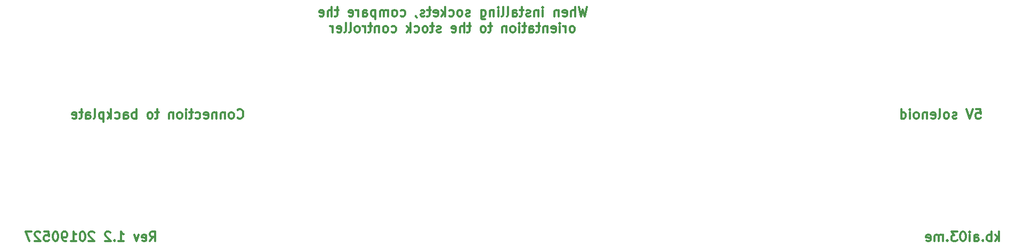
<source format=gbo>
G04 #@! TF.GenerationSoftware,KiCad,Pcbnew,(5.1.4)-1*
G04 #@! TF.CreationDate,2020-03-22T23:46:41+09:00*
G04 #@! TF.ProjectId,ssk-controller,73736b2d-636f-46e7-9472-6f6c6c65722e,rev?*
G04 #@! TF.SameCoordinates,Original*
G04 #@! TF.FileFunction,Legend,Bot*
G04 #@! TF.FilePolarity,Positive*
%FSLAX46Y46*%
G04 Gerber Fmt 4.6, Leading zero omitted, Abs format (unit mm)*
G04 Created by KiCad (PCBNEW (5.1.4)-1) date 2020-03-22 23:46:41*
%MOMM*%
%LPD*%
G04 APERTURE LIST*
%ADD10C,0.300000*%
%ADD11C,0.010000*%
%ADD12O,2.100000X2.100000*%
%ADD13R,2.100000X2.100000*%
%ADD14C,3.900000*%
%ADD15C,2.000000*%
G04 APERTURE END LIST*
D10*
X246077678Y-74178571D02*
X246791964Y-74178571D01*
X246863392Y-74892857D01*
X246791964Y-74821428D01*
X246649107Y-74750000D01*
X246291964Y-74750000D01*
X246149107Y-74821428D01*
X246077678Y-74892857D01*
X246006250Y-75035714D01*
X246006250Y-75392857D01*
X246077678Y-75535714D01*
X246149107Y-75607142D01*
X246291964Y-75678571D01*
X246649107Y-75678571D01*
X246791964Y-75607142D01*
X246863392Y-75535714D01*
X245577678Y-74178571D02*
X245077678Y-75678571D01*
X244577678Y-74178571D01*
X243006250Y-75607142D02*
X242863392Y-75678571D01*
X242577678Y-75678571D01*
X242434821Y-75607142D01*
X242363392Y-75464285D01*
X242363392Y-75392857D01*
X242434821Y-75250000D01*
X242577678Y-75178571D01*
X242791964Y-75178571D01*
X242934821Y-75107142D01*
X243006250Y-74964285D01*
X243006250Y-74892857D01*
X242934821Y-74750000D01*
X242791964Y-74678571D01*
X242577678Y-74678571D01*
X242434821Y-74750000D01*
X241506250Y-75678571D02*
X241649107Y-75607142D01*
X241720535Y-75535714D01*
X241791964Y-75392857D01*
X241791964Y-74964285D01*
X241720535Y-74821428D01*
X241649107Y-74750000D01*
X241506250Y-74678571D01*
X241291964Y-74678571D01*
X241149107Y-74750000D01*
X241077678Y-74821428D01*
X241006250Y-74964285D01*
X241006250Y-75392857D01*
X241077678Y-75535714D01*
X241149107Y-75607142D01*
X241291964Y-75678571D01*
X241506250Y-75678571D01*
X240149107Y-75678571D02*
X240291964Y-75607142D01*
X240363392Y-75464285D01*
X240363392Y-74178571D01*
X239006250Y-75607142D02*
X239149107Y-75678571D01*
X239434821Y-75678571D01*
X239577678Y-75607142D01*
X239649107Y-75464285D01*
X239649107Y-74892857D01*
X239577678Y-74750000D01*
X239434821Y-74678571D01*
X239149107Y-74678571D01*
X239006250Y-74750000D01*
X238934821Y-74892857D01*
X238934821Y-75035714D01*
X239649107Y-75178571D01*
X238291964Y-74678571D02*
X238291964Y-75678571D01*
X238291964Y-74821428D02*
X238220535Y-74750000D01*
X238077678Y-74678571D01*
X237863392Y-74678571D01*
X237720535Y-74750000D01*
X237649107Y-74892857D01*
X237649107Y-75678571D01*
X236720535Y-75678571D02*
X236863392Y-75607142D01*
X236934821Y-75535714D01*
X237006250Y-75392857D01*
X237006250Y-74964285D01*
X236934821Y-74821428D01*
X236863392Y-74750000D01*
X236720535Y-74678571D01*
X236506250Y-74678571D01*
X236363392Y-74750000D01*
X236291964Y-74821428D01*
X236220535Y-74964285D01*
X236220535Y-75392857D01*
X236291964Y-75535714D01*
X236363392Y-75607142D01*
X236506250Y-75678571D01*
X236720535Y-75678571D01*
X235577678Y-75678571D02*
X235577678Y-74678571D01*
X235577678Y-74178571D02*
X235649107Y-74250000D01*
X235577678Y-74321428D01*
X235506250Y-74250000D01*
X235577678Y-74178571D01*
X235577678Y-74321428D01*
X234220535Y-75678571D02*
X234220535Y-74178571D01*
X234220535Y-75607142D02*
X234363392Y-75678571D01*
X234649107Y-75678571D01*
X234791964Y-75607142D01*
X234863392Y-75535714D01*
X234934821Y-75392857D01*
X234934821Y-74964285D01*
X234863392Y-74821428D01*
X234791964Y-74750000D01*
X234649107Y-74678571D01*
X234363392Y-74678571D01*
X234220535Y-74750000D01*
X114892857Y-95178571D02*
X115392857Y-94464285D01*
X115750000Y-95178571D02*
X115750000Y-93678571D01*
X115178571Y-93678571D01*
X115035714Y-93750000D01*
X114964285Y-93821428D01*
X114892857Y-93964285D01*
X114892857Y-94178571D01*
X114964285Y-94321428D01*
X115035714Y-94392857D01*
X115178571Y-94464285D01*
X115750000Y-94464285D01*
X113678571Y-95107142D02*
X113821428Y-95178571D01*
X114107142Y-95178571D01*
X114250000Y-95107142D01*
X114321428Y-94964285D01*
X114321428Y-94392857D01*
X114250000Y-94250000D01*
X114107142Y-94178571D01*
X113821428Y-94178571D01*
X113678571Y-94250000D01*
X113607142Y-94392857D01*
X113607142Y-94535714D01*
X114321428Y-94678571D01*
X113107142Y-94178571D02*
X112750000Y-95178571D01*
X112392857Y-94178571D01*
X109892857Y-95178571D02*
X110750000Y-95178571D01*
X110321428Y-95178571D02*
X110321428Y-93678571D01*
X110464285Y-93892857D01*
X110607142Y-94035714D01*
X110750000Y-94107142D01*
X109250000Y-95035714D02*
X109178571Y-95107142D01*
X109250000Y-95178571D01*
X109321428Y-95107142D01*
X109250000Y-95035714D01*
X109250000Y-95178571D01*
X108607142Y-93821428D02*
X108535714Y-93750000D01*
X108392857Y-93678571D01*
X108035714Y-93678571D01*
X107892857Y-93750000D01*
X107821428Y-93821428D01*
X107750000Y-93964285D01*
X107750000Y-94107142D01*
X107821428Y-94321428D01*
X108678571Y-95178571D01*
X107750000Y-95178571D01*
X106035714Y-93821428D02*
X105964285Y-93750000D01*
X105821428Y-93678571D01*
X105464285Y-93678571D01*
X105321428Y-93750000D01*
X105250000Y-93821428D01*
X105178571Y-93964285D01*
X105178571Y-94107142D01*
X105250000Y-94321428D01*
X106107142Y-95178571D01*
X105178571Y-95178571D01*
X104249999Y-93678571D02*
X104107142Y-93678571D01*
X103964285Y-93750000D01*
X103892857Y-93821428D01*
X103821428Y-93964285D01*
X103750000Y-94250000D01*
X103750000Y-94607142D01*
X103821428Y-94892857D01*
X103892857Y-95035714D01*
X103964285Y-95107142D01*
X104107142Y-95178571D01*
X104249999Y-95178571D01*
X104392857Y-95107142D01*
X104464285Y-95035714D01*
X104535714Y-94892857D01*
X104607142Y-94607142D01*
X104607142Y-94250000D01*
X104535714Y-93964285D01*
X104464285Y-93821428D01*
X104392857Y-93750000D01*
X104249999Y-93678571D01*
X102321428Y-95178571D02*
X103178571Y-95178571D01*
X102749999Y-95178571D02*
X102749999Y-93678571D01*
X102892857Y-93892857D01*
X103035714Y-94035714D01*
X103178571Y-94107142D01*
X101607142Y-95178571D02*
X101321428Y-95178571D01*
X101178571Y-95107142D01*
X101107142Y-95035714D01*
X100964285Y-94821428D01*
X100892857Y-94535714D01*
X100892857Y-93964285D01*
X100964285Y-93821428D01*
X101035714Y-93750000D01*
X101178571Y-93678571D01*
X101464285Y-93678571D01*
X101607142Y-93750000D01*
X101678571Y-93821428D01*
X101749999Y-93964285D01*
X101749999Y-94321428D01*
X101678571Y-94464285D01*
X101607142Y-94535714D01*
X101464285Y-94607142D01*
X101178571Y-94607142D01*
X101035714Y-94535714D01*
X100964285Y-94464285D01*
X100892857Y-94321428D01*
X99964285Y-93678571D02*
X99821428Y-93678571D01*
X99678571Y-93750000D01*
X99607142Y-93821428D01*
X99535714Y-93964285D01*
X99464285Y-94250000D01*
X99464285Y-94607142D01*
X99535714Y-94892857D01*
X99607142Y-95035714D01*
X99678571Y-95107142D01*
X99821428Y-95178571D01*
X99964285Y-95178571D01*
X100107142Y-95107142D01*
X100178571Y-95035714D01*
X100249999Y-94892857D01*
X100321428Y-94607142D01*
X100321428Y-94250000D01*
X100249999Y-93964285D01*
X100178571Y-93821428D01*
X100107142Y-93750000D01*
X99964285Y-93678571D01*
X98107142Y-93678571D02*
X98821428Y-93678571D01*
X98892857Y-94392857D01*
X98821428Y-94321428D01*
X98678571Y-94250000D01*
X98321428Y-94250000D01*
X98178571Y-94321428D01*
X98107142Y-94392857D01*
X98035714Y-94535714D01*
X98035714Y-94892857D01*
X98107142Y-95035714D01*
X98178571Y-95107142D01*
X98321428Y-95178571D01*
X98678571Y-95178571D01*
X98821428Y-95107142D01*
X98892857Y-95035714D01*
X97464285Y-93821428D02*
X97392857Y-93750000D01*
X97250000Y-93678571D01*
X96892857Y-93678571D01*
X96750000Y-93750000D01*
X96678571Y-93821428D01*
X96607142Y-93964285D01*
X96607142Y-94107142D01*
X96678571Y-94321428D01*
X97535714Y-95178571D01*
X96607142Y-95178571D01*
X96107142Y-93678571D02*
X95107142Y-93678571D01*
X95750000Y-95178571D01*
X249750000Y-95178571D02*
X249750000Y-93678571D01*
X249607142Y-94607142D02*
X249178571Y-95178571D01*
X249178571Y-94178571D02*
X249750000Y-94750000D01*
X248535714Y-95178571D02*
X248535714Y-93678571D01*
X248535714Y-94250000D02*
X248392857Y-94178571D01*
X248107142Y-94178571D01*
X247964285Y-94250000D01*
X247892857Y-94321428D01*
X247821428Y-94464285D01*
X247821428Y-94892857D01*
X247892857Y-95035714D01*
X247964285Y-95107142D01*
X248107142Y-95178571D01*
X248392857Y-95178571D01*
X248535714Y-95107142D01*
X247178571Y-95035714D02*
X247107142Y-95107142D01*
X247178571Y-95178571D01*
X247250000Y-95107142D01*
X247178571Y-95035714D01*
X247178571Y-95178571D01*
X245821428Y-95178571D02*
X245821428Y-94392857D01*
X245892857Y-94250000D01*
X246035714Y-94178571D01*
X246321428Y-94178571D01*
X246464285Y-94250000D01*
X245821428Y-95107142D02*
X245964285Y-95178571D01*
X246321428Y-95178571D01*
X246464285Y-95107142D01*
X246535714Y-94964285D01*
X246535714Y-94821428D01*
X246464285Y-94678571D01*
X246321428Y-94607142D01*
X245964285Y-94607142D01*
X245821428Y-94535714D01*
X245107142Y-95178571D02*
X245107142Y-94178571D01*
X245107142Y-93678571D02*
X245178571Y-93750000D01*
X245107142Y-93821428D01*
X245035714Y-93750000D01*
X245107142Y-93678571D01*
X245107142Y-93821428D01*
X244107142Y-93678571D02*
X243964285Y-93678571D01*
X243821428Y-93750000D01*
X243750000Y-93821428D01*
X243678571Y-93964285D01*
X243607142Y-94250000D01*
X243607142Y-94607142D01*
X243678571Y-94892857D01*
X243750000Y-95035714D01*
X243821428Y-95107142D01*
X243964285Y-95178571D01*
X244107142Y-95178571D01*
X244250000Y-95107142D01*
X244321428Y-95035714D01*
X244392857Y-94892857D01*
X244464285Y-94607142D01*
X244464285Y-94250000D01*
X244392857Y-93964285D01*
X244321428Y-93821428D01*
X244250000Y-93750000D01*
X244107142Y-93678571D01*
X243107142Y-93678571D02*
X242178571Y-93678571D01*
X242678571Y-94250000D01*
X242464285Y-94250000D01*
X242321428Y-94321428D01*
X242250000Y-94392857D01*
X242178571Y-94535714D01*
X242178571Y-94892857D01*
X242250000Y-95035714D01*
X242321428Y-95107142D01*
X242464285Y-95178571D01*
X242892857Y-95178571D01*
X243035714Y-95107142D01*
X243107142Y-95035714D01*
X241535714Y-95035714D02*
X241464285Y-95107142D01*
X241535714Y-95178571D01*
X241607142Y-95107142D01*
X241535714Y-95035714D01*
X241535714Y-95178571D01*
X240821428Y-95178571D02*
X240821428Y-94178571D01*
X240821428Y-94321428D02*
X240750000Y-94250000D01*
X240607142Y-94178571D01*
X240392857Y-94178571D01*
X240250000Y-94250000D01*
X240178571Y-94392857D01*
X240178571Y-95178571D01*
X240178571Y-94392857D02*
X240107142Y-94250000D01*
X239964285Y-94178571D01*
X239750000Y-94178571D01*
X239607142Y-94250000D01*
X239535714Y-94392857D01*
X239535714Y-95178571D01*
X238250000Y-95107142D02*
X238392857Y-95178571D01*
X238678571Y-95178571D01*
X238821428Y-95107142D01*
X238892857Y-94964285D01*
X238892857Y-94392857D01*
X238821428Y-94250000D01*
X238678571Y-94178571D01*
X238392857Y-94178571D01*
X238250000Y-94250000D01*
X238178571Y-94392857D01*
X238178571Y-94535714D01*
X238892857Y-94678571D01*
X128803571Y-75535714D02*
X128875000Y-75607142D01*
X129089285Y-75678571D01*
X129232142Y-75678571D01*
X129446428Y-75607142D01*
X129589285Y-75464285D01*
X129660714Y-75321428D01*
X129732142Y-75035714D01*
X129732142Y-74821428D01*
X129660714Y-74535714D01*
X129589285Y-74392857D01*
X129446428Y-74250000D01*
X129232142Y-74178571D01*
X129089285Y-74178571D01*
X128875000Y-74250000D01*
X128803571Y-74321428D01*
X127946428Y-75678571D02*
X128089285Y-75607142D01*
X128160714Y-75535714D01*
X128232142Y-75392857D01*
X128232142Y-74964285D01*
X128160714Y-74821428D01*
X128089285Y-74750000D01*
X127946428Y-74678571D01*
X127732142Y-74678571D01*
X127589285Y-74750000D01*
X127517857Y-74821428D01*
X127446428Y-74964285D01*
X127446428Y-75392857D01*
X127517857Y-75535714D01*
X127589285Y-75607142D01*
X127732142Y-75678571D01*
X127946428Y-75678571D01*
X126803571Y-74678571D02*
X126803571Y-75678571D01*
X126803571Y-74821428D02*
X126732142Y-74750000D01*
X126589285Y-74678571D01*
X126375000Y-74678571D01*
X126232142Y-74750000D01*
X126160714Y-74892857D01*
X126160714Y-75678571D01*
X125446428Y-74678571D02*
X125446428Y-75678571D01*
X125446428Y-74821428D02*
X125375000Y-74750000D01*
X125232142Y-74678571D01*
X125017857Y-74678571D01*
X124875000Y-74750000D01*
X124803571Y-74892857D01*
X124803571Y-75678571D01*
X123517857Y-75607142D02*
X123660714Y-75678571D01*
X123946428Y-75678571D01*
X124089285Y-75607142D01*
X124160714Y-75464285D01*
X124160714Y-74892857D01*
X124089285Y-74750000D01*
X123946428Y-74678571D01*
X123660714Y-74678571D01*
X123517857Y-74750000D01*
X123446428Y-74892857D01*
X123446428Y-75035714D01*
X124160714Y-75178571D01*
X122160714Y-75607142D02*
X122303571Y-75678571D01*
X122589285Y-75678571D01*
X122732142Y-75607142D01*
X122803571Y-75535714D01*
X122874999Y-75392857D01*
X122874999Y-74964285D01*
X122803571Y-74821428D01*
X122732142Y-74750000D01*
X122589285Y-74678571D01*
X122303571Y-74678571D01*
X122160714Y-74750000D01*
X121732142Y-74678571D02*
X121160714Y-74678571D01*
X121517857Y-74178571D02*
X121517857Y-75464285D01*
X121446428Y-75607142D01*
X121303571Y-75678571D01*
X121160714Y-75678571D01*
X120660714Y-75678571D02*
X120660714Y-74678571D01*
X120660714Y-74178571D02*
X120732142Y-74250000D01*
X120660714Y-74321428D01*
X120589285Y-74250000D01*
X120660714Y-74178571D01*
X120660714Y-74321428D01*
X119732142Y-75678571D02*
X119874999Y-75607142D01*
X119946428Y-75535714D01*
X120017857Y-75392857D01*
X120017857Y-74964285D01*
X119946428Y-74821428D01*
X119874999Y-74750000D01*
X119732142Y-74678571D01*
X119517857Y-74678571D01*
X119374999Y-74750000D01*
X119303571Y-74821428D01*
X119232142Y-74964285D01*
X119232142Y-75392857D01*
X119303571Y-75535714D01*
X119374999Y-75607142D01*
X119517857Y-75678571D01*
X119732142Y-75678571D01*
X118589285Y-74678571D02*
X118589285Y-75678571D01*
X118589285Y-74821428D02*
X118517857Y-74750000D01*
X118374999Y-74678571D01*
X118160714Y-74678571D01*
X118017857Y-74750000D01*
X117946428Y-74892857D01*
X117946428Y-75678571D01*
X116303571Y-74678571D02*
X115732142Y-74678571D01*
X116089285Y-74178571D02*
X116089285Y-75464285D01*
X116017857Y-75607142D01*
X115875000Y-75678571D01*
X115732142Y-75678571D01*
X115017857Y-75678571D02*
X115160714Y-75607142D01*
X115232142Y-75535714D01*
X115303571Y-75392857D01*
X115303571Y-74964285D01*
X115232142Y-74821428D01*
X115160714Y-74750000D01*
X115017857Y-74678571D01*
X114803571Y-74678571D01*
X114660714Y-74750000D01*
X114589285Y-74821428D01*
X114517857Y-74964285D01*
X114517857Y-75392857D01*
X114589285Y-75535714D01*
X114660714Y-75607142D01*
X114803571Y-75678571D01*
X115017857Y-75678571D01*
X112732142Y-75678571D02*
X112732142Y-74178571D01*
X112732142Y-74750000D02*
X112589285Y-74678571D01*
X112303571Y-74678571D01*
X112160714Y-74750000D01*
X112089285Y-74821428D01*
X112017857Y-74964285D01*
X112017857Y-75392857D01*
X112089285Y-75535714D01*
X112160714Y-75607142D01*
X112303571Y-75678571D01*
X112589285Y-75678571D01*
X112732142Y-75607142D01*
X110732142Y-75678571D02*
X110732142Y-74892857D01*
X110803571Y-74750000D01*
X110946428Y-74678571D01*
X111232142Y-74678571D01*
X111375000Y-74750000D01*
X110732142Y-75607142D02*
X110875000Y-75678571D01*
X111232142Y-75678571D01*
X111375000Y-75607142D01*
X111446428Y-75464285D01*
X111446428Y-75321428D01*
X111375000Y-75178571D01*
X111232142Y-75107142D01*
X110875000Y-75107142D01*
X110732142Y-75035714D01*
X109375000Y-75607142D02*
X109517857Y-75678571D01*
X109803571Y-75678571D01*
X109946428Y-75607142D01*
X110017857Y-75535714D01*
X110089285Y-75392857D01*
X110089285Y-74964285D01*
X110017857Y-74821428D01*
X109946428Y-74750000D01*
X109803571Y-74678571D01*
X109517857Y-74678571D01*
X109375000Y-74750000D01*
X108732142Y-75678571D02*
X108732142Y-74178571D01*
X108589285Y-75107142D02*
X108160714Y-75678571D01*
X108160714Y-74678571D02*
X108732142Y-75250000D01*
X107517857Y-74678571D02*
X107517857Y-76178571D01*
X107517857Y-74750000D02*
X107375000Y-74678571D01*
X107089285Y-74678571D01*
X106946428Y-74750000D01*
X106875000Y-74821428D01*
X106803571Y-74964285D01*
X106803571Y-75392857D01*
X106875000Y-75535714D01*
X106946428Y-75607142D01*
X107089285Y-75678571D01*
X107375000Y-75678571D01*
X107517857Y-75607142D01*
X105946428Y-75678571D02*
X106089285Y-75607142D01*
X106160714Y-75464285D01*
X106160714Y-74178571D01*
X104732142Y-75678571D02*
X104732142Y-74892857D01*
X104803571Y-74750000D01*
X104946428Y-74678571D01*
X105232142Y-74678571D01*
X105375000Y-74750000D01*
X104732142Y-75607142D02*
X104875000Y-75678571D01*
X105232142Y-75678571D01*
X105375000Y-75607142D01*
X105446428Y-75464285D01*
X105446428Y-75321428D01*
X105375000Y-75178571D01*
X105232142Y-75107142D01*
X104875000Y-75107142D01*
X104732142Y-75035714D01*
X104232142Y-74678571D02*
X103660714Y-74678571D01*
X104017857Y-74178571D02*
X104017857Y-75464285D01*
X103946428Y-75607142D01*
X103803571Y-75678571D01*
X103660714Y-75678571D01*
X102589285Y-75607142D02*
X102732142Y-75678571D01*
X103017857Y-75678571D01*
X103160714Y-75607142D01*
X103232142Y-75464285D01*
X103232142Y-74892857D01*
X103160714Y-74750000D01*
X103017857Y-74678571D01*
X102732142Y-74678571D01*
X102589285Y-74750000D01*
X102517857Y-74892857D01*
X102517857Y-75035714D01*
X103232142Y-75178571D01*
X184285714Y-57903571D02*
X183928571Y-59403571D01*
X183642857Y-58332142D01*
X183357142Y-59403571D01*
X183000000Y-57903571D01*
X182428571Y-59403571D02*
X182428571Y-57903571D01*
X181785714Y-59403571D02*
X181785714Y-58617857D01*
X181857142Y-58475000D01*
X182000000Y-58403571D01*
X182214285Y-58403571D01*
X182357142Y-58475000D01*
X182428571Y-58546428D01*
X180500000Y-59332142D02*
X180642857Y-59403571D01*
X180928571Y-59403571D01*
X181071428Y-59332142D01*
X181142857Y-59189285D01*
X181142857Y-58617857D01*
X181071428Y-58475000D01*
X180928571Y-58403571D01*
X180642857Y-58403571D01*
X180500000Y-58475000D01*
X180428571Y-58617857D01*
X180428571Y-58760714D01*
X181142857Y-58903571D01*
X179785714Y-58403571D02*
X179785714Y-59403571D01*
X179785714Y-58546428D02*
X179714285Y-58475000D01*
X179571428Y-58403571D01*
X179357142Y-58403571D01*
X179214285Y-58475000D01*
X179142857Y-58617857D01*
X179142857Y-59403571D01*
X177285714Y-59403571D02*
X177285714Y-58403571D01*
X177285714Y-57903571D02*
X177357142Y-57975000D01*
X177285714Y-58046428D01*
X177214285Y-57975000D01*
X177285714Y-57903571D01*
X177285714Y-58046428D01*
X176571428Y-58403571D02*
X176571428Y-59403571D01*
X176571428Y-58546428D02*
X176500000Y-58475000D01*
X176357142Y-58403571D01*
X176142857Y-58403571D01*
X176000000Y-58475000D01*
X175928571Y-58617857D01*
X175928571Y-59403571D01*
X175285714Y-59332142D02*
X175142857Y-59403571D01*
X174857142Y-59403571D01*
X174714285Y-59332142D01*
X174642857Y-59189285D01*
X174642857Y-59117857D01*
X174714285Y-58975000D01*
X174857142Y-58903571D01*
X175071428Y-58903571D01*
X175214285Y-58832142D01*
X175285714Y-58689285D01*
X175285714Y-58617857D01*
X175214285Y-58475000D01*
X175071428Y-58403571D01*
X174857142Y-58403571D01*
X174714285Y-58475000D01*
X174214285Y-58403571D02*
X173642857Y-58403571D01*
X174000000Y-57903571D02*
X174000000Y-59189285D01*
X173928571Y-59332142D01*
X173785714Y-59403571D01*
X173642857Y-59403571D01*
X172500000Y-59403571D02*
X172500000Y-58617857D01*
X172571428Y-58475000D01*
X172714285Y-58403571D01*
X173000000Y-58403571D01*
X173142857Y-58475000D01*
X172500000Y-59332142D02*
X172642857Y-59403571D01*
X173000000Y-59403571D01*
X173142857Y-59332142D01*
X173214285Y-59189285D01*
X173214285Y-59046428D01*
X173142857Y-58903571D01*
X173000000Y-58832142D01*
X172642857Y-58832142D01*
X172500000Y-58760714D01*
X171571428Y-59403571D02*
X171714285Y-59332142D01*
X171785714Y-59189285D01*
X171785714Y-57903571D01*
X170785714Y-59403571D02*
X170928571Y-59332142D01*
X171000000Y-59189285D01*
X171000000Y-57903571D01*
X170214285Y-59403571D02*
X170214285Y-58403571D01*
X170214285Y-57903571D02*
X170285714Y-57975000D01*
X170214285Y-58046428D01*
X170142857Y-57975000D01*
X170214285Y-57903571D01*
X170214285Y-58046428D01*
X169500000Y-58403571D02*
X169500000Y-59403571D01*
X169500000Y-58546428D02*
X169428571Y-58475000D01*
X169285714Y-58403571D01*
X169071428Y-58403571D01*
X168928571Y-58475000D01*
X168857142Y-58617857D01*
X168857142Y-59403571D01*
X167500000Y-58403571D02*
X167500000Y-59617857D01*
X167571428Y-59760714D01*
X167642857Y-59832142D01*
X167785714Y-59903571D01*
X168000000Y-59903571D01*
X168142857Y-59832142D01*
X167500000Y-59332142D02*
X167642857Y-59403571D01*
X167928571Y-59403571D01*
X168071428Y-59332142D01*
X168142857Y-59260714D01*
X168214285Y-59117857D01*
X168214285Y-58689285D01*
X168142857Y-58546428D01*
X168071428Y-58475000D01*
X167928571Y-58403571D01*
X167642857Y-58403571D01*
X167500000Y-58475000D01*
X165714285Y-59332142D02*
X165571428Y-59403571D01*
X165285714Y-59403571D01*
X165142857Y-59332142D01*
X165071428Y-59189285D01*
X165071428Y-59117857D01*
X165142857Y-58975000D01*
X165285714Y-58903571D01*
X165500000Y-58903571D01*
X165642857Y-58832142D01*
X165714285Y-58689285D01*
X165714285Y-58617857D01*
X165642857Y-58475000D01*
X165500000Y-58403571D01*
X165285714Y-58403571D01*
X165142857Y-58475000D01*
X164214285Y-59403571D02*
X164357142Y-59332142D01*
X164428571Y-59260714D01*
X164500000Y-59117857D01*
X164500000Y-58689285D01*
X164428571Y-58546428D01*
X164357142Y-58475000D01*
X164214285Y-58403571D01*
X164000000Y-58403571D01*
X163857142Y-58475000D01*
X163785714Y-58546428D01*
X163714285Y-58689285D01*
X163714285Y-59117857D01*
X163785714Y-59260714D01*
X163857142Y-59332142D01*
X164000000Y-59403571D01*
X164214285Y-59403571D01*
X162428571Y-59332142D02*
X162571428Y-59403571D01*
X162857142Y-59403571D01*
X163000000Y-59332142D01*
X163071428Y-59260714D01*
X163142857Y-59117857D01*
X163142857Y-58689285D01*
X163071428Y-58546428D01*
X163000000Y-58475000D01*
X162857142Y-58403571D01*
X162571428Y-58403571D01*
X162428571Y-58475000D01*
X161785714Y-59403571D02*
X161785714Y-57903571D01*
X161642857Y-58832142D02*
X161214285Y-59403571D01*
X161214285Y-58403571D02*
X161785714Y-58975000D01*
X160000000Y-59332142D02*
X160142857Y-59403571D01*
X160428571Y-59403571D01*
X160571428Y-59332142D01*
X160642857Y-59189285D01*
X160642857Y-58617857D01*
X160571428Y-58475000D01*
X160428571Y-58403571D01*
X160142857Y-58403571D01*
X160000000Y-58475000D01*
X159928571Y-58617857D01*
X159928571Y-58760714D01*
X160642857Y-58903571D01*
X159500000Y-58403571D02*
X158928571Y-58403571D01*
X159285714Y-57903571D02*
X159285714Y-59189285D01*
X159214285Y-59332142D01*
X159071428Y-59403571D01*
X158928571Y-59403571D01*
X158500000Y-59332142D02*
X158357142Y-59403571D01*
X158071428Y-59403571D01*
X157928571Y-59332142D01*
X157857142Y-59189285D01*
X157857142Y-59117857D01*
X157928571Y-58975000D01*
X158071428Y-58903571D01*
X158285714Y-58903571D01*
X158428571Y-58832142D01*
X158500000Y-58689285D01*
X158500000Y-58617857D01*
X158428571Y-58475000D01*
X158285714Y-58403571D01*
X158071428Y-58403571D01*
X157928571Y-58475000D01*
X157142857Y-59332142D02*
X157142857Y-59403571D01*
X157214285Y-59546428D01*
X157285714Y-59617857D01*
X154714285Y-59332142D02*
X154857142Y-59403571D01*
X155142857Y-59403571D01*
X155285714Y-59332142D01*
X155357142Y-59260714D01*
X155428571Y-59117857D01*
X155428571Y-58689285D01*
X155357142Y-58546428D01*
X155285714Y-58475000D01*
X155142857Y-58403571D01*
X154857142Y-58403571D01*
X154714285Y-58475000D01*
X153857142Y-59403571D02*
X154000000Y-59332142D01*
X154071428Y-59260714D01*
X154142857Y-59117857D01*
X154142857Y-58689285D01*
X154071428Y-58546428D01*
X154000000Y-58475000D01*
X153857142Y-58403571D01*
X153642857Y-58403571D01*
X153500000Y-58475000D01*
X153428571Y-58546428D01*
X153357142Y-58689285D01*
X153357142Y-59117857D01*
X153428571Y-59260714D01*
X153500000Y-59332142D01*
X153642857Y-59403571D01*
X153857142Y-59403571D01*
X152714285Y-59403571D02*
X152714285Y-58403571D01*
X152714285Y-58546428D02*
X152642857Y-58475000D01*
X152500000Y-58403571D01*
X152285714Y-58403571D01*
X152142857Y-58475000D01*
X152071428Y-58617857D01*
X152071428Y-59403571D01*
X152071428Y-58617857D02*
X152000000Y-58475000D01*
X151857142Y-58403571D01*
X151642857Y-58403571D01*
X151500000Y-58475000D01*
X151428571Y-58617857D01*
X151428571Y-59403571D01*
X150714285Y-58403571D02*
X150714285Y-59903571D01*
X150714285Y-58475000D02*
X150571428Y-58403571D01*
X150285714Y-58403571D01*
X150142857Y-58475000D01*
X150071428Y-58546428D01*
X150000000Y-58689285D01*
X150000000Y-59117857D01*
X150071428Y-59260714D01*
X150142857Y-59332142D01*
X150285714Y-59403571D01*
X150571428Y-59403571D01*
X150714285Y-59332142D01*
X148714285Y-59403571D02*
X148714285Y-58617857D01*
X148785714Y-58475000D01*
X148928571Y-58403571D01*
X149214285Y-58403571D01*
X149357142Y-58475000D01*
X148714285Y-59332142D02*
X148857142Y-59403571D01*
X149214285Y-59403571D01*
X149357142Y-59332142D01*
X149428571Y-59189285D01*
X149428571Y-59046428D01*
X149357142Y-58903571D01*
X149214285Y-58832142D01*
X148857142Y-58832142D01*
X148714285Y-58760714D01*
X148000000Y-59403571D02*
X148000000Y-58403571D01*
X148000000Y-58689285D02*
X147928571Y-58546428D01*
X147857142Y-58475000D01*
X147714285Y-58403571D01*
X147571428Y-58403571D01*
X146500000Y-59332142D02*
X146642857Y-59403571D01*
X146928571Y-59403571D01*
X147071428Y-59332142D01*
X147142857Y-59189285D01*
X147142857Y-58617857D01*
X147071428Y-58475000D01*
X146928571Y-58403571D01*
X146642857Y-58403571D01*
X146500000Y-58475000D01*
X146428571Y-58617857D01*
X146428571Y-58760714D01*
X147142857Y-58903571D01*
X144857142Y-58403571D02*
X144285714Y-58403571D01*
X144642857Y-57903571D02*
X144642857Y-59189285D01*
X144571428Y-59332142D01*
X144428571Y-59403571D01*
X144285714Y-59403571D01*
X143785714Y-59403571D02*
X143785714Y-57903571D01*
X143142857Y-59403571D02*
X143142857Y-58617857D01*
X143214285Y-58475000D01*
X143357142Y-58403571D01*
X143571428Y-58403571D01*
X143714285Y-58475000D01*
X143785714Y-58546428D01*
X141857142Y-59332142D02*
X142000000Y-59403571D01*
X142285714Y-59403571D01*
X142428571Y-59332142D01*
X142500000Y-59189285D01*
X142500000Y-58617857D01*
X142428571Y-58475000D01*
X142285714Y-58403571D01*
X142000000Y-58403571D01*
X141857142Y-58475000D01*
X141785714Y-58617857D01*
X141785714Y-58760714D01*
X142500000Y-58903571D01*
X182071428Y-61953571D02*
X182214285Y-61882142D01*
X182285714Y-61810714D01*
X182357142Y-61667857D01*
X182357142Y-61239285D01*
X182285714Y-61096428D01*
X182214285Y-61025000D01*
X182071428Y-60953571D01*
X181857142Y-60953571D01*
X181714285Y-61025000D01*
X181642857Y-61096428D01*
X181571428Y-61239285D01*
X181571428Y-61667857D01*
X181642857Y-61810714D01*
X181714285Y-61882142D01*
X181857142Y-61953571D01*
X182071428Y-61953571D01*
X180928571Y-61953571D02*
X180928571Y-60953571D01*
X180928571Y-61239285D02*
X180857142Y-61096428D01*
X180785714Y-61025000D01*
X180642857Y-60953571D01*
X180500000Y-60953571D01*
X180000000Y-61953571D02*
X180000000Y-60953571D01*
X180000000Y-60453571D02*
X180071428Y-60525000D01*
X180000000Y-60596428D01*
X179928571Y-60525000D01*
X180000000Y-60453571D01*
X180000000Y-60596428D01*
X178714285Y-61882142D02*
X178857142Y-61953571D01*
X179142857Y-61953571D01*
X179285714Y-61882142D01*
X179357142Y-61739285D01*
X179357142Y-61167857D01*
X179285714Y-61025000D01*
X179142857Y-60953571D01*
X178857142Y-60953571D01*
X178714285Y-61025000D01*
X178642857Y-61167857D01*
X178642857Y-61310714D01*
X179357142Y-61453571D01*
X178000000Y-60953571D02*
X178000000Y-61953571D01*
X178000000Y-61096428D02*
X177928571Y-61025000D01*
X177785714Y-60953571D01*
X177571428Y-60953571D01*
X177428571Y-61025000D01*
X177357142Y-61167857D01*
X177357142Y-61953571D01*
X176857142Y-60953571D02*
X176285714Y-60953571D01*
X176642857Y-60453571D02*
X176642857Y-61739285D01*
X176571428Y-61882142D01*
X176428571Y-61953571D01*
X176285714Y-61953571D01*
X175142857Y-61953571D02*
X175142857Y-61167857D01*
X175214285Y-61025000D01*
X175357142Y-60953571D01*
X175642857Y-60953571D01*
X175785714Y-61025000D01*
X175142857Y-61882142D02*
X175285714Y-61953571D01*
X175642857Y-61953571D01*
X175785714Y-61882142D01*
X175857142Y-61739285D01*
X175857142Y-61596428D01*
X175785714Y-61453571D01*
X175642857Y-61382142D01*
X175285714Y-61382142D01*
X175142857Y-61310714D01*
X174642857Y-60953571D02*
X174071428Y-60953571D01*
X174428571Y-60453571D02*
X174428571Y-61739285D01*
X174357142Y-61882142D01*
X174214285Y-61953571D01*
X174071428Y-61953571D01*
X173571428Y-61953571D02*
X173571428Y-60953571D01*
X173571428Y-60453571D02*
X173642857Y-60525000D01*
X173571428Y-60596428D01*
X173500000Y-60525000D01*
X173571428Y-60453571D01*
X173571428Y-60596428D01*
X172642857Y-61953571D02*
X172785714Y-61882142D01*
X172857142Y-61810714D01*
X172928571Y-61667857D01*
X172928571Y-61239285D01*
X172857142Y-61096428D01*
X172785714Y-61025000D01*
X172642857Y-60953571D01*
X172428571Y-60953571D01*
X172285714Y-61025000D01*
X172214285Y-61096428D01*
X172142857Y-61239285D01*
X172142857Y-61667857D01*
X172214285Y-61810714D01*
X172285714Y-61882142D01*
X172428571Y-61953571D01*
X172642857Y-61953571D01*
X171500000Y-60953571D02*
X171500000Y-61953571D01*
X171500000Y-61096428D02*
X171428571Y-61025000D01*
X171285714Y-60953571D01*
X171071428Y-60953571D01*
X170928571Y-61025000D01*
X170857142Y-61167857D01*
X170857142Y-61953571D01*
X169214285Y-60953571D02*
X168642857Y-60953571D01*
X169000000Y-60453571D02*
X169000000Y-61739285D01*
X168928571Y-61882142D01*
X168785714Y-61953571D01*
X168642857Y-61953571D01*
X167928571Y-61953571D02*
X168071428Y-61882142D01*
X168142857Y-61810714D01*
X168214285Y-61667857D01*
X168214285Y-61239285D01*
X168142857Y-61096428D01*
X168071428Y-61025000D01*
X167928571Y-60953571D01*
X167714285Y-60953571D01*
X167571428Y-61025000D01*
X167500000Y-61096428D01*
X167428571Y-61239285D01*
X167428571Y-61667857D01*
X167500000Y-61810714D01*
X167571428Y-61882142D01*
X167714285Y-61953571D01*
X167928571Y-61953571D01*
X165857142Y-60953571D02*
X165285714Y-60953571D01*
X165642857Y-60453571D02*
X165642857Y-61739285D01*
X165571428Y-61882142D01*
X165428571Y-61953571D01*
X165285714Y-61953571D01*
X164785714Y-61953571D02*
X164785714Y-60453571D01*
X164142857Y-61953571D02*
X164142857Y-61167857D01*
X164214285Y-61025000D01*
X164357142Y-60953571D01*
X164571428Y-60953571D01*
X164714285Y-61025000D01*
X164785714Y-61096428D01*
X162857142Y-61882142D02*
X163000000Y-61953571D01*
X163285714Y-61953571D01*
X163428571Y-61882142D01*
X163500000Y-61739285D01*
X163500000Y-61167857D01*
X163428571Y-61025000D01*
X163285714Y-60953571D01*
X163000000Y-60953571D01*
X162857142Y-61025000D01*
X162785714Y-61167857D01*
X162785714Y-61310714D01*
X163500000Y-61453571D01*
X161071428Y-61882142D02*
X160928571Y-61953571D01*
X160642857Y-61953571D01*
X160500000Y-61882142D01*
X160428571Y-61739285D01*
X160428571Y-61667857D01*
X160500000Y-61525000D01*
X160642857Y-61453571D01*
X160857142Y-61453571D01*
X161000000Y-61382142D01*
X161071428Y-61239285D01*
X161071428Y-61167857D01*
X161000000Y-61025000D01*
X160857142Y-60953571D01*
X160642857Y-60953571D01*
X160500000Y-61025000D01*
X160000000Y-60953571D02*
X159428571Y-60953571D01*
X159785714Y-60453571D02*
X159785714Y-61739285D01*
X159714285Y-61882142D01*
X159571428Y-61953571D01*
X159428571Y-61953571D01*
X158714285Y-61953571D02*
X158857142Y-61882142D01*
X158928571Y-61810714D01*
X159000000Y-61667857D01*
X159000000Y-61239285D01*
X158928571Y-61096428D01*
X158857142Y-61025000D01*
X158714285Y-60953571D01*
X158500000Y-60953571D01*
X158357142Y-61025000D01*
X158285714Y-61096428D01*
X158214285Y-61239285D01*
X158214285Y-61667857D01*
X158285714Y-61810714D01*
X158357142Y-61882142D01*
X158500000Y-61953571D01*
X158714285Y-61953571D01*
X156928571Y-61882142D02*
X157071428Y-61953571D01*
X157357142Y-61953571D01*
X157500000Y-61882142D01*
X157571428Y-61810714D01*
X157642857Y-61667857D01*
X157642857Y-61239285D01*
X157571428Y-61096428D01*
X157500000Y-61025000D01*
X157357142Y-60953571D01*
X157071428Y-60953571D01*
X156928571Y-61025000D01*
X156285714Y-61953571D02*
X156285714Y-60453571D01*
X156142857Y-61382142D02*
X155714285Y-61953571D01*
X155714285Y-60953571D02*
X156285714Y-61525000D01*
X153285714Y-61882142D02*
X153428571Y-61953571D01*
X153714285Y-61953571D01*
X153857142Y-61882142D01*
X153928571Y-61810714D01*
X154000000Y-61667857D01*
X154000000Y-61239285D01*
X153928571Y-61096428D01*
X153857142Y-61025000D01*
X153714285Y-60953571D01*
X153428571Y-60953571D01*
X153285714Y-61025000D01*
X152428571Y-61953571D02*
X152571428Y-61882142D01*
X152642857Y-61810714D01*
X152714285Y-61667857D01*
X152714285Y-61239285D01*
X152642857Y-61096428D01*
X152571428Y-61025000D01*
X152428571Y-60953571D01*
X152214285Y-60953571D01*
X152071428Y-61025000D01*
X152000000Y-61096428D01*
X151928571Y-61239285D01*
X151928571Y-61667857D01*
X152000000Y-61810714D01*
X152071428Y-61882142D01*
X152214285Y-61953571D01*
X152428571Y-61953571D01*
X151285714Y-60953571D02*
X151285714Y-61953571D01*
X151285714Y-61096428D02*
X151214285Y-61025000D01*
X151071428Y-60953571D01*
X150857142Y-60953571D01*
X150714285Y-61025000D01*
X150642857Y-61167857D01*
X150642857Y-61953571D01*
X150142857Y-60953571D02*
X149571428Y-60953571D01*
X149928571Y-60453571D02*
X149928571Y-61739285D01*
X149857142Y-61882142D01*
X149714285Y-61953571D01*
X149571428Y-61953571D01*
X149071428Y-61953571D02*
X149071428Y-60953571D01*
X149071428Y-61239285D02*
X149000000Y-61096428D01*
X148928571Y-61025000D01*
X148785714Y-60953571D01*
X148642857Y-60953571D01*
X147928571Y-61953571D02*
X148071428Y-61882142D01*
X148142857Y-61810714D01*
X148214285Y-61667857D01*
X148214285Y-61239285D01*
X148142857Y-61096428D01*
X148071428Y-61025000D01*
X147928571Y-60953571D01*
X147714285Y-60953571D01*
X147571428Y-61025000D01*
X147500000Y-61096428D01*
X147428571Y-61239285D01*
X147428571Y-61667857D01*
X147500000Y-61810714D01*
X147571428Y-61882142D01*
X147714285Y-61953571D01*
X147928571Y-61953571D01*
X146571428Y-61953571D02*
X146714285Y-61882142D01*
X146785714Y-61739285D01*
X146785714Y-60453571D01*
X145785714Y-61953571D02*
X145928571Y-61882142D01*
X146000000Y-61739285D01*
X146000000Y-60453571D01*
X144642857Y-61882142D02*
X144785714Y-61953571D01*
X145071428Y-61953571D01*
X145214285Y-61882142D01*
X145285714Y-61739285D01*
X145285714Y-61167857D01*
X145214285Y-61025000D01*
X145071428Y-60953571D01*
X144785714Y-60953571D01*
X144642857Y-61025000D01*
X144571428Y-61167857D01*
X144571428Y-61310714D01*
X145285714Y-61453571D01*
X143928571Y-61953571D02*
X143928571Y-60953571D01*
X143928571Y-61239285D02*
X143857142Y-61096428D01*
X143785714Y-61025000D01*
X143642857Y-60953571D01*
X143500000Y-60953571D01*
%LPC*%
D11*
G36*
X253809500Y-93420500D02*
G01*
X254214312Y-93420500D01*
X254214312Y-93015688D01*
X253809500Y-93015688D01*
X253809500Y-93420500D01*
X253809500Y-93420500D01*
G37*
X253809500Y-93420500D02*
X254214312Y-93420500D01*
X254214312Y-93015688D01*
X253809500Y-93015688D01*
X253809500Y-93420500D01*
G36*
X253404687Y-94206313D02*
G01*
X253809500Y-94206313D01*
X253809500Y-93825313D01*
X253404687Y-93825313D01*
X253404687Y-94206313D01*
X253404687Y-94206313D01*
G37*
X253404687Y-94206313D02*
X253809500Y-94206313D01*
X253809500Y-93825313D01*
X253404687Y-93825313D01*
X253404687Y-94206313D01*
G36*
X254214312Y-94206313D02*
G01*
X254595312Y-94206313D01*
X254595312Y-93825313D01*
X254214312Y-93825313D01*
X254214312Y-94206313D01*
X254214312Y-94206313D01*
G37*
X254214312Y-94206313D02*
X254595312Y-94206313D01*
X254595312Y-93825313D01*
X254214312Y-93825313D01*
X254214312Y-94206313D01*
G36*
X253023687Y-95015938D02*
G01*
X253404687Y-95015938D01*
X253404687Y-94611125D01*
X253023687Y-94611125D01*
X253023687Y-95015938D01*
X253023687Y-95015938D01*
G37*
X253023687Y-95015938D02*
X253404687Y-95015938D01*
X253404687Y-94611125D01*
X253023687Y-94611125D01*
X253023687Y-95015938D01*
G36*
X253809500Y-95015938D02*
G01*
X254214312Y-95015938D01*
X254214312Y-94611125D01*
X253809500Y-94611125D01*
X253809500Y-95015938D01*
X253809500Y-95015938D01*
G37*
X253809500Y-95015938D02*
X254214312Y-95015938D01*
X254214312Y-94611125D01*
X253809500Y-94611125D01*
X253809500Y-95015938D01*
G36*
X254595312Y-95015938D02*
G01*
X255000125Y-95015938D01*
X255000125Y-94611125D01*
X254595312Y-94611125D01*
X254595312Y-95015938D01*
X254595312Y-95015938D01*
G37*
X254595312Y-95015938D02*
X255000125Y-95015938D01*
X255000125Y-94611125D01*
X254595312Y-94611125D01*
X254595312Y-95015938D01*
G36*
X252618875Y-95801750D02*
G01*
X253023687Y-95801750D01*
X253023687Y-95396938D01*
X252618875Y-95396938D01*
X252618875Y-95801750D01*
X252618875Y-95801750D01*
G37*
X252618875Y-95801750D02*
X253023687Y-95801750D01*
X253023687Y-95396938D01*
X252618875Y-95396938D01*
X252618875Y-95801750D01*
G36*
X255000125Y-95801750D02*
G01*
X255404937Y-95801750D01*
X255404937Y-95396938D01*
X255000125Y-95396938D01*
X255000125Y-95801750D01*
X255000125Y-95801750D01*
G37*
X255000125Y-95801750D02*
X255404937Y-95801750D01*
X255404937Y-95396938D01*
X255000125Y-95396938D01*
X255000125Y-95801750D01*
G36*
X253996031Y-91528045D02*
G01*
X253871913Y-91529415D01*
X253760201Y-91533572D01*
X253657608Y-91540919D01*
X253560844Y-91551860D01*
X253466622Y-91566798D01*
X253371653Y-91586137D01*
X253272649Y-91610281D01*
X253227370Y-91622418D01*
X253018823Y-91687656D01*
X252816735Y-91766992D01*
X252621872Y-91860028D01*
X252435001Y-91966368D01*
X252256886Y-92085616D01*
X252104740Y-92203617D01*
X251947072Y-92344342D01*
X251799735Y-92495787D01*
X251663414Y-92656885D01*
X251538792Y-92826567D01*
X251426553Y-93003766D01*
X251327380Y-93187416D01*
X251241958Y-93376447D01*
X251170970Y-93569793D01*
X251122216Y-93737803D01*
X251089145Y-93877789D01*
X251063785Y-94009725D01*
X251045393Y-94138997D01*
X251033225Y-94270993D01*
X251026539Y-94411100D01*
X251025886Y-94436500D01*
X251028605Y-94654797D01*
X251046800Y-94869580D01*
X251080465Y-95080821D01*
X251129594Y-95288489D01*
X251194181Y-95492555D01*
X251258378Y-95656487D01*
X251286461Y-95721752D01*
X251310523Y-95775910D01*
X251332392Y-95822613D01*
X251353893Y-95865513D01*
X251376854Y-95908263D01*
X251403100Y-95954515D01*
X251432225Y-96004156D01*
X251551444Y-96190427D01*
X251681548Y-96365153D01*
X251822671Y-96528465D01*
X251974945Y-96680496D01*
X252138503Y-96821380D01*
X252313476Y-96951248D01*
X252495844Y-97067775D01*
X252548673Y-97098744D01*
X252594586Y-97124721D01*
X252637235Y-97147531D01*
X252680272Y-97169001D01*
X252727349Y-97190957D01*
X252782119Y-97215225D01*
X252843513Y-97241622D01*
X252939746Y-97281169D01*
X253028464Y-97314208D01*
X253115578Y-97342695D01*
X253207002Y-97368589D01*
X253289594Y-97389322D01*
X253454110Y-97424876D01*
X253611205Y-97450553D01*
X253765433Y-97466893D01*
X253921351Y-97474436D01*
X254011906Y-97475013D01*
X254063125Y-97474498D01*
X254111246Y-97473793D01*
X254153126Y-97472960D01*
X254185622Y-97472063D01*
X254205590Y-97471165D01*
X254206375Y-97471109D01*
X254422549Y-97447157D01*
X254635306Y-97408170D01*
X254843787Y-97354467D01*
X255047132Y-97286363D01*
X255244484Y-97204176D01*
X255434982Y-97108225D01*
X255617768Y-96998826D01*
X255768724Y-96893796D01*
X255941651Y-96755449D01*
X256102335Y-96607088D01*
X256250549Y-96449039D01*
X256386071Y-96281632D01*
X256508676Y-96105194D01*
X256618139Y-95920052D01*
X256714237Y-95726535D01*
X256796744Y-95524971D01*
X256865437Y-95315688D01*
X256877582Y-95272630D01*
X256903948Y-95170835D01*
X256925333Y-95074511D01*
X256942141Y-94980367D01*
X256954775Y-94885117D01*
X256963640Y-94785470D01*
X256969138Y-94678140D01*
X256971674Y-94559836D01*
X256971955Y-94503969D01*
X256971280Y-94448608D01*
X256439206Y-94448608D01*
X256439103Y-94528746D01*
X256437437Y-94608410D01*
X256434241Y-94683537D01*
X256429544Y-94750060D01*
X256425824Y-94785750D01*
X256393950Y-94983048D01*
X256347299Y-95174663D01*
X256286049Y-95360222D01*
X256210381Y-95539349D01*
X256120473Y-95711669D01*
X256016506Y-95876809D01*
X255898659Y-96034393D01*
X255767112Y-96184047D01*
X255744776Y-96207260D01*
X255610542Y-96334334D01*
X255464840Y-96452270D01*
X255310369Y-96559090D01*
X255149831Y-96652816D01*
X255104042Y-96676504D01*
X255029634Y-96713153D01*
X254964393Y-96743372D01*
X254903896Y-96768940D01*
X254843722Y-96791634D01*
X254779449Y-96813233D01*
X254714375Y-96833227D01*
X254525162Y-96882640D01*
X254339411Y-96917091D01*
X254155673Y-96936714D01*
X253972497Y-96941642D01*
X253788436Y-96932011D01*
X253721894Y-96925031D01*
X253534562Y-96896087D01*
X253354981Y-96854278D01*
X253180643Y-96798854D01*
X253009041Y-96729064D01*
X252912084Y-96682866D01*
X252741452Y-96589447D01*
X252582036Y-96485712D01*
X252433078Y-96370974D01*
X252293821Y-96244550D01*
X252163506Y-96105754D01*
X252041376Y-95953903D01*
X251933108Y-95798259D01*
X251907982Y-95757068D01*
X251878659Y-95704940D01*
X251846959Y-95645496D01*
X251814701Y-95582356D01*
X251783707Y-95519140D01*
X251755794Y-95459467D01*
X251732785Y-95406957D01*
X251719347Y-95373125D01*
X251656480Y-95181584D01*
X251609084Y-94988845D01*
X251577200Y-94795450D01*
X251560870Y-94601940D01*
X251560132Y-94408857D01*
X251575028Y-94216742D01*
X251605598Y-94026136D01*
X251615401Y-93980094D01*
X251649050Y-93843801D01*
X251687358Y-93717618D01*
X251732296Y-93596007D01*
X251785837Y-93473432D01*
X251823496Y-93395958D01*
X251917201Y-93227110D01*
X252024026Y-93066673D01*
X252143202Y-92915368D01*
X252273963Y-92773914D01*
X252415540Y-92643031D01*
X252567166Y-92523440D01*
X252728073Y-92415860D01*
X252897493Y-92321011D01*
X253041675Y-92253480D01*
X253213303Y-92187085D01*
X253385857Y-92135087D01*
X253561344Y-92097078D01*
X253741774Y-92072651D01*
X253929155Y-92061397D01*
X253992062Y-92060507D01*
X254190157Y-92066877D01*
X254381785Y-92087522D01*
X254567719Y-92122673D01*
X254748735Y-92172567D01*
X254925606Y-92237435D01*
X255099106Y-92317513D01*
X255270009Y-92413035D01*
X255370706Y-92477244D01*
X255510139Y-92578772D01*
X255644337Y-92693278D01*
X255771659Y-92818839D01*
X255890465Y-92953531D01*
X255999114Y-93095431D01*
X256095965Y-93242615D01*
X256179378Y-93393161D01*
X256214174Y-93466080D01*
X256275577Y-93610939D01*
X256325808Y-93750178D01*
X256366065Y-93888126D01*
X256397544Y-94029114D01*
X256421444Y-94177471D01*
X256429845Y-94246000D01*
X256434608Y-94303170D01*
X256437718Y-94372061D01*
X256439206Y-94448608D01*
X256971280Y-94448608D01*
X256970210Y-94360973D01*
X256964336Y-94230106D01*
X256953762Y-94108025D01*
X256937915Y-93991385D01*
X256916223Y-93876844D01*
X256888113Y-93761059D01*
X256853014Y-93640687D01*
X256810353Y-93512384D01*
X256794659Y-93468125D01*
X256716274Y-93273406D01*
X256623434Y-93085072D01*
X256516328Y-92903385D01*
X256395148Y-92728608D01*
X256260083Y-92561003D01*
X256111326Y-92400833D01*
X255949067Y-92248360D01*
X255842229Y-92158179D01*
X255756400Y-92092686D01*
X255658861Y-92025360D01*
X255553252Y-91958412D01*
X255443214Y-91894055D01*
X255332387Y-91834500D01*
X255224411Y-91781958D01*
X255218406Y-91779215D01*
X255148446Y-91749342D01*
X255067265Y-91717956D01*
X254979233Y-91686536D01*
X254888721Y-91656562D01*
X254800099Y-91629511D01*
X254717736Y-91606864D01*
X254685850Y-91598971D01*
X254592625Y-91578203D01*
X254503651Y-91561543D01*
X254415647Y-91548652D01*
X254325331Y-91539195D01*
X254229422Y-91532832D01*
X254124640Y-91529228D01*
X254007705Y-91528044D01*
X253996031Y-91528045D01*
X253996031Y-91528045D01*
G37*
X253996031Y-91528045D02*
X253871913Y-91529415D01*
X253760201Y-91533572D01*
X253657608Y-91540919D01*
X253560844Y-91551860D01*
X253466622Y-91566798D01*
X253371653Y-91586137D01*
X253272649Y-91610281D01*
X253227370Y-91622418D01*
X253018823Y-91687656D01*
X252816735Y-91766992D01*
X252621872Y-91860028D01*
X252435001Y-91966368D01*
X252256886Y-92085616D01*
X252104740Y-92203617D01*
X251947072Y-92344342D01*
X251799735Y-92495787D01*
X251663414Y-92656885D01*
X251538792Y-92826567D01*
X251426553Y-93003766D01*
X251327380Y-93187416D01*
X251241958Y-93376447D01*
X251170970Y-93569793D01*
X251122216Y-93737803D01*
X251089145Y-93877789D01*
X251063785Y-94009725D01*
X251045393Y-94138997D01*
X251033225Y-94270993D01*
X251026539Y-94411100D01*
X251025886Y-94436500D01*
X251028605Y-94654797D01*
X251046800Y-94869580D01*
X251080465Y-95080821D01*
X251129594Y-95288489D01*
X251194181Y-95492555D01*
X251258378Y-95656487D01*
X251286461Y-95721752D01*
X251310523Y-95775910D01*
X251332392Y-95822613D01*
X251353893Y-95865513D01*
X251376854Y-95908263D01*
X251403100Y-95954515D01*
X251432225Y-96004156D01*
X251551444Y-96190427D01*
X251681548Y-96365153D01*
X251822671Y-96528465D01*
X251974945Y-96680496D01*
X252138503Y-96821380D01*
X252313476Y-96951248D01*
X252495844Y-97067775D01*
X252548673Y-97098744D01*
X252594586Y-97124721D01*
X252637235Y-97147531D01*
X252680272Y-97169001D01*
X252727349Y-97190957D01*
X252782119Y-97215225D01*
X252843513Y-97241622D01*
X252939746Y-97281169D01*
X253028464Y-97314208D01*
X253115578Y-97342695D01*
X253207002Y-97368589D01*
X253289594Y-97389322D01*
X253454110Y-97424876D01*
X253611205Y-97450553D01*
X253765433Y-97466893D01*
X253921351Y-97474436D01*
X254011906Y-97475013D01*
X254063125Y-97474498D01*
X254111246Y-97473793D01*
X254153126Y-97472960D01*
X254185622Y-97472063D01*
X254205590Y-97471165D01*
X254206375Y-97471109D01*
X254422549Y-97447157D01*
X254635306Y-97408170D01*
X254843787Y-97354467D01*
X255047132Y-97286363D01*
X255244484Y-97204176D01*
X255434982Y-97108225D01*
X255617768Y-96998826D01*
X255768724Y-96893796D01*
X255941651Y-96755449D01*
X256102335Y-96607088D01*
X256250549Y-96449039D01*
X256386071Y-96281632D01*
X256508676Y-96105194D01*
X256618139Y-95920052D01*
X256714237Y-95726535D01*
X256796744Y-95524971D01*
X256865437Y-95315688D01*
X256877582Y-95272630D01*
X256903948Y-95170835D01*
X256925333Y-95074511D01*
X256942141Y-94980367D01*
X256954775Y-94885117D01*
X256963640Y-94785470D01*
X256969138Y-94678140D01*
X256971674Y-94559836D01*
X256971955Y-94503969D01*
X256971280Y-94448608D01*
X256439206Y-94448608D01*
X256439103Y-94528746D01*
X256437437Y-94608410D01*
X256434241Y-94683537D01*
X256429544Y-94750060D01*
X256425824Y-94785750D01*
X256393950Y-94983048D01*
X256347299Y-95174663D01*
X256286049Y-95360222D01*
X256210381Y-95539349D01*
X256120473Y-95711669D01*
X256016506Y-95876809D01*
X255898659Y-96034393D01*
X255767112Y-96184047D01*
X255744776Y-96207260D01*
X255610542Y-96334334D01*
X255464840Y-96452270D01*
X255310369Y-96559090D01*
X255149831Y-96652816D01*
X255104042Y-96676504D01*
X255029634Y-96713153D01*
X254964393Y-96743372D01*
X254903896Y-96768940D01*
X254843722Y-96791634D01*
X254779449Y-96813233D01*
X254714375Y-96833227D01*
X254525162Y-96882640D01*
X254339411Y-96917091D01*
X254155673Y-96936714D01*
X253972497Y-96941642D01*
X253788436Y-96932011D01*
X253721894Y-96925031D01*
X253534562Y-96896087D01*
X253354981Y-96854278D01*
X253180643Y-96798854D01*
X253009041Y-96729064D01*
X252912084Y-96682866D01*
X252741452Y-96589447D01*
X252582036Y-96485712D01*
X252433078Y-96370974D01*
X252293821Y-96244550D01*
X252163506Y-96105754D01*
X252041376Y-95953903D01*
X251933108Y-95798259D01*
X251907982Y-95757068D01*
X251878659Y-95704940D01*
X251846959Y-95645496D01*
X251814701Y-95582356D01*
X251783707Y-95519140D01*
X251755794Y-95459467D01*
X251732785Y-95406957D01*
X251719347Y-95373125D01*
X251656480Y-95181584D01*
X251609084Y-94988845D01*
X251577200Y-94795450D01*
X251560870Y-94601940D01*
X251560132Y-94408857D01*
X251575028Y-94216742D01*
X251605598Y-94026136D01*
X251615401Y-93980094D01*
X251649050Y-93843801D01*
X251687358Y-93717618D01*
X251732296Y-93596007D01*
X251785837Y-93473432D01*
X251823496Y-93395958D01*
X251917201Y-93227110D01*
X252024026Y-93066673D01*
X252143202Y-92915368D01*
X252273963Y-92773914D01*
X252415540Y-92643031D01*
X252567166Y-92523440D01*
X252728073Y-92415860D01*
X252897493Y-92321011D01*
X253041675Y-92253480D01*
X253213303Y-92187085D01*
X253385857Y-92135087D01*
X253561344Y-92097078D01*
X253741774Y-92072651D01*
X253929155Y-92061397D01*
X253992062Y-92060507D01*
X254190157Y-92066877D01*
X254381785Y-92087522D01*
X254567719Y-92122673D01*
X254748735Y-92172567D01*
X254925606Y-92237435D01*
X255099106Y-92317513D01*
X255270009Y-92413035D01*
X255370706Y-92477244D01*
X255510139Y-92578772D01*
X255644337Y-92693278D01*
X255771659Y-92818839D01*
X255890465Y-92953531D01*
X255999114Y-93095431D01*
X256095965Y-93242615D01*
X256179378Y-93393161D01*
X256214174Y-93466080D01*
X256275577Y-93610939D01*
X256325808Y-93750178D01*
X256366065Y-93888126D01*
X256397544Y-94029114D01*
X256421444Y-94177471D01*
X256429845Y-94246000D01*
X256434608Y-94303170D01*
X256437718Y-94372061D01*
X256439206Y-94448608D01*
X256971280Y-94448608D01*
X256970210Y-94360973D01*
X256964336Y-94230106D01*
X256953762Y-94108025D01*
X256937915Y-93991385D01*
X256916223Y-93876844D01*
X256888113Y-93761059D01*
X256853014Y-93640687D01*
X256810353Y-93512384D01*
X256794659Y-93468125D01*
X256716274Y-93273406D01*
X256623434Y-93085072D01*
X256516328Y-92903385D01*
X256395148Y-92728608D01*
X256260083Y-92561003D01*
X256111326Y-92400833D01*
X255949067Y-92248360D01*
X255842229Y-92158179D01*
X255756400Y-92092686D01*
X255658861Y-92025360D01*
X255553252Y-91958412D01*
X255443214Y-91894055D01*
X255332387Y-91834500D01*
X255224411Y-91781958D01*
X255218406Y-91779215D01*
X255148446Y-91749342D01*
X255067265Y-91717956D01*
X254979233Y-91686536D01*
X254888721Y-91656562D01*
X254800099Y-91629511D01*
X254717736Y-91606864D01*
X254685850Y-91598971D01*
X254592625Y-91578203D01*
X254503651Y-91561543D01*
X254415647Y-91548652D01*
X254325331Y-91539195D01*
X254229422Y-91532832D01*
X254124640Y-91529228D01*
X254007705Y-91528044D01*
X253996031Y-91528045D01*
D12*
X250000000Y-76358750D03*
D13*
X250000000Y-73818750D03*
X100000000Y-75000000D03*
D12*
X199220000Y-57000000D03*
X201760000Y-57000000D03*
X204300000Y-57000000D03*
X206840000Y-57000000D03*
X209380000Y-57000000D03*
X211920000Y-57000000D03*
X214460000Y-57000000D03*
D13*
X217000000Y-57000000D03*
D12*
X182100000Y-54000000D03*
X179560000Y-54000000D03*
X177020000Y-54000000D03*
X174480000Y-54000000D03*
X171940000Y-54000000D03*
X169400000Y-54000000D03*
X166860000Y-54000000D03*
X164320000Y-54000000D03*
X161780000Y-54000000D03*
X159240000Y-54000000D03*
X156700000Y-54000000D03*
X154160000Y-54000000D03*
X151620000Y-54000000D03*
X149080000Y-54000000D03*
X146540000Y-54000000D03*
D13*
X144000000Y-54000000D03*
D14*
X108980000Y-55290000D03*
X121020000Y-55290000D03*
D15*
X113750000Y-58000000D03*
X116250000Y-58000000D03*
X113750000Y-60000000D03*
X116250000Y-60000000D03*
D14*
X127000000Y-55000000D03*
X103000000Y-55000000D03*
M02*

</source>
